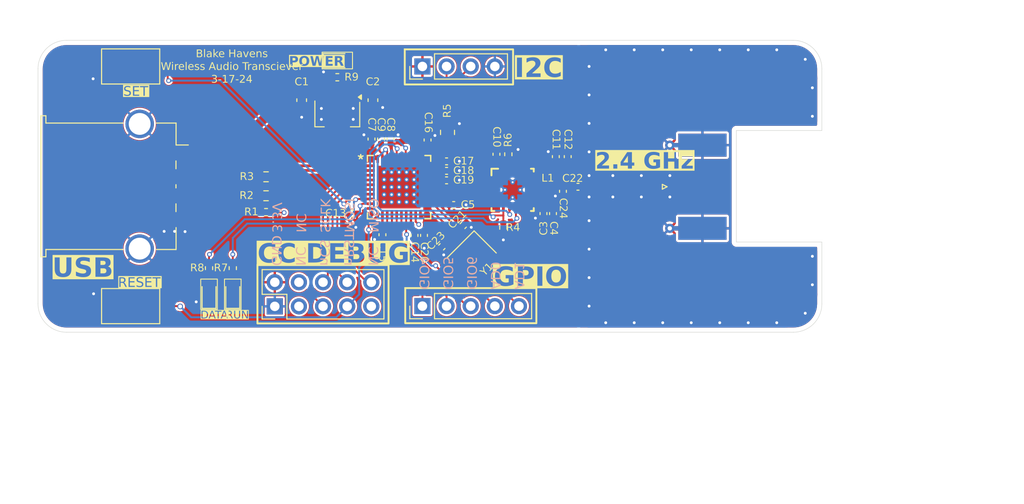
<source format=kicad_pcb>
(kicad_pcb (version 20240108) (generator "pcbnew") (generator_version "8.0")
  (layers (0 "F.Cu" signal) (1 "In1.Cu" power) (2 "In2.Cu" power) (31 "B.Cu" signal) (34 "B.Paste" user) (35 "F.Paste" user) (36 "B.SilkS" user "B.Silkscreen") (37 "F.SilkS" user "F.Silkscreen") (38 "B.Mask" user) (39 "F.Mask" user) (44 "Edge.Cuts" user))
  (net 0 "")
  (net 1 "VBUS")
  (net 2 "GND")
  (net 3 "+3.3V")
  (net 4 "/D-")
  (net 5 "/D+")
  (net 6 "/X0")
  (net 7 "/X1")
  (net 8 "Net-(D1-A)")
  (net 9 "Net-(D2-A)")
  (net 10 "/USB_D+")
  (net 11 "/USB_D-")
  (net 12 "/SCL")
  (net 13 "/SDA")
  (net 14 "/WCLK")
  (net 15 "/BCLK")
  (net 16 "/AD0")
  (net 17 "/MCLK")
  (net 18 "/AD1")
  (net 19 "/~RST")
  (net 20 "/MOSI")
  (net 22 "/SCLK")
  (net 24 "/~CS")
  (net 26 "/MISO")
  (net 27 "/ANT")
  (net 28 "/AD2")
  (net 29 "/PAEN")
  (net 30 "/RBIAS")
  (net 31 "/LED_R")
  (net 32 "/LED_G")
  (net 33 "/BTN")
  (net 34 "/HGM")
  (net 35 "/LNAEN")
  (net 36 "/RF+")
  (net 39 "/RF-")
  (net 42 "/DCPL")
  (net 43 "/m_net")
  (net 44 "/SMA")
  (net 45 "/PABIAS")
  (net 46 "Net-(D3-A)")
  (footprint "Connector_PinHeader_2.54mm:PinHeader_1x04_P2.54mm_Vertical" (layer "F.Cu") (at 141.46 82 90)
    (property "Reference" "J3" (hide yes))
    (property "Value" "I2C")
  )
  (footprint "LED_SMD:LED_0603_1608Metric" (layer "F.Cu") (at 132.5 81.3875)
    (property "Reference" "D3" (hide yes))
    (property "Value" "BLUE")
  )
  (footprint "Resistor_SMD:R_0402_1005Metric" (layer "F.Cu") (at 150.5 91.25 90)
    (property "Reference" "R6")
    (property "Value" "4.3kR")
  )
  (footprint "Resistor_SMD:R_0805_2012Metric" (layer "F.Cu") (at 144.1 88.95 90)
    (property "Reference" "R5")
    (property "Value" "56kR")
  )
  (footprint "Capacitor_SMD:C_0402_1005Metric" (layer "F.Cu") (at 141.625 99.8 -90)
    (property "Reference" "C20")
    (property "Value" "100nF")
  )
  (footprint "HAVENS_Lib:RGV0016A" (layer "F.Cu") (at 150.949999 95)
    (property "Reference" "U3" (hide yes))
    (property "Value" "CC2590RGVR")
  )
  (footprint "Capacitor_SMD:C_0402_1005Metric" (layer "F.Cu") (at 144.75 96.6)
    (property "Reference" "C5")
    (property "Value" "100nF")
  )
  (footprint "Capacitor_SMD:C_0402_1005Metric" (layer "F.Cu") (at 143.5 101 -135)
    (property "Reference" "C23")
    (property "Value" "10pF")
  )
  (footprint "Button_Switch_SMD:SW_SPST_CK_RS282G05A3" (layer "F.Cu") (at 110.75 107.25 180)
    (property "Reference" "SW1" (hide yes))
    (property "Value" "SW_Push")
  )
  (footprint "Capacitor_SMD:C_0402_1005Metric" (layer "F.Cu") (at 136.1 89.65 90)
    (property "Reference" "C7")
    (property "Value" "100nF")
  )
  (footprint "Inductor_SMD:L_0402_1005Metric" (layer "F.Cu") (at 154.649998 94.674999)
    (property "Reference" "L1")
    (property "Value" "1.5nH")
  )
  (footprint "Resistor_SMD:R_0402_1005Metric" (layer "F.Cu") (at 125 97.35)
    (property "Reference" "R1")
    (property "Value" "1.5k")
  )
  (footprint "Resistor_SMD:R_0402_1005Metric" (layer "F.Cu") (at 149.975 99 -90)
    (property "Reference" "R4")
    (property "Value" "1.5kR")
  )
  (footprint "Capacitor_SMD:C_0402_1005Metric" (layer "F.Cu") (at 142 89.75 90)
    (property "Reference" "C16")
    (property "Value" "100nF")
  )
  (footprint "Resistor_SMD:R_0603_1608Metric" (layer "F.Cu") (at 125 95.625)
    (property "Reference" "R2")
    (property "Value" "33R")
  )
  (footprint "Connector_USB:USB_A_TE_292303-7_Horizontal" (layer "F.Cu") (at 109 94.625 -90)
    (property "Reference" "J1" (hide yes))
    (property "Value" "USB_A")
  )
  (footprint "Capacitor_SMD:C_0402_1005Metric" (layer "F.Cu") (at 144 94)
    (property "Reference" "C19")
    (property "Value" "100nF")
  )
  (footprint "Capacitor_SMD:C_0402_1005Metric" (layer "F.Cu") (at 157.829998 94.674999)
    (property "Reference" "C22")
    (property "Value" "47pF")
  )
  (footprint "Capacitor_SMD:C_0402_1005Metric" (layer "F.Cu") (at 144 92)
    (property "Reference" "C17")
    (property "Value" "100nF")
  )
  (footprint "Resistor_SMD:R_0402_1005Metric" (layer "F.Cu") (at 132.5 83.1375)
    (property "Reference" "R9")
    (property "Value" "100R")
  )
  (footprint "Connector_PinHeader_2.54mm:PinHeader_2x05_P2.54mm_Vertical" (layer "F.Cu") (at 125.92 107.275 90)
    (property "Reference" "J5" (hide yes))
    (property "Value" "CC Debug")
  )
  (footprint "Capacitor_SMD:C_0402_1005Metric" (layer "F.Cu") (at 155.5 91.5 90)
    (property "Reference" "C11")
    (property "Value" "18pF")
  )
  (footprint "Package_TO_SOT_SMD:SOT-89-3" (layer "F.Cu") (at 132.5 87 -90)
    (property "Reference" "U1" (hide yes))
    (property "Value" "AP130-33Y")
  )
  (footprint "Resistor_SMD:R_0402_1005Metric" (layer "F.Cu") (at 119 103.25 -90)
    (property "Reference" "R8")
    (property "Value" "100R")
  )
  (footprint "Capacitor_SMD:C_0402_1005Metric" (layer "F.Cu") (at 137.1 89.65 90)
    (property "Reference" "C9")
    (property "Value" "100nF")
  )
  (footprint "Capacitor_SMD:C_0402_1005Metric" (layer "F.Cu") (at 156.249998 95.154999 90)
    (property "Reference" "C24")
    (property "Value" "0.5pF")
  )
  (footprint "Capacitor_SMD:C_0603_1608Metric" (layer "F.Cu") (at 136.25 85.55 -90)
    (property "Reference" "C2")
    (property "Value" "10uF")
  )
  (footprint "Capacitor_SMD:C_0402_1005Metric" (layer "F.Cu") (at 144 93)
    (property "Reference" "C18")
    (property "Value" "100nF")
  )
  (footprint "Capacitor_SMD:C_0402_1005Metric" (layer "F.Cu") (at 154.2 97.5 -90)
    (property "Reference" "C3")
    (property "Value" "27pF")
  )
  (footprint "Capacitor_SMD:C_0402_1005Metric" (layer "F.Cu") (at 145.75 98.75 45)
    (property "Reference" "C21")
    (property "Value" "10pF")
  )
  (footprint "Crystal:Crystal_SMD_3225-4Pin_3.2x2.5mm" (layer "F.Cu") (at 146.65 101.9 -135)
    (property "Reference" "Y1")
    (property "Value" "Crystal")
  )
  (footprint "Resistor_SMD:R_0402_1005Metric" (layer "F.Cu") (at 121.5 103.25 -90)
    (property "Reference" "R7")
    (property "Value" "100R")
  )
  (footprint "LED_SMD:LED_0603_1608Metric" (layer "F.Cu") (at 121.5 106 90)
    (property "Reference" "D1" (hide yes))
    (property "Value" "RED")
  )
  (footprint "Capacitor_SMD:C_0402_1005Metric" (layer "F.Cu") (at 155.2 97.5 -90)
    (property "Reference" "C4")
    (property "Value" "1nF")
  )
  (footprint "Connector_Coaxial:SMA_Molex_73251-1153_EdgeMount_Horizontal" (layer "F.Cu") (at 169.21 94.674999 180)
    (property "Reference" "J2" (hide yes))
    (property "Value" "SMA")
  )
  (footprint "HAVENS_Lib:RHA40_4P5X4P5" (layer "F.Cu") (at 139 94.712601)
    (property "Reference" "U2" (hide yes))
    (property "Value" "CC8521RHAT")
  )
  (footprint "Capacitor_SMD:C_0402_1005Metric" (layer "F.Cu") (at 149.25 91.25 90)
    (property "Reference" "C10")
    (property "Value" "100nF")
  )
  (footprint "LED_SMD:LED_0603_1608Metric" (layer "F.Cu") (at 119 106 90)
    (property "Reference" "D2" (hide yes))
    (property "Value" "GREEN")
  )
  (footprint "Capacitor_SMD:C_0402_1005Metric" (layer "F.Cu") (at 138.1 89.65 90)
    (property "Reference" "C8")
    (property "Value" "100nF")
  )
  (footprint "Button_Switch_SMD:SW_SPST_CK_RS282G05A3" (layer "F.Cu") (at 110.75 82 180)
    (property "Reference" "SW2" (hide yes))
    (property "Value" "SW_Push")
  )
  (footprint "Connector_PinHeader_2.54mm:PinHeader_1x05_P2.54mm_Vertical" (layer "F.Cu") (at 141.46 107.25 90)
    (property "Reference" "J4" (hide yes))
    (property "Value" "GPIO")
  )
  (footprint "Capacitor_SMD:C_0402_1005Metric" (layer "F.Cu") (at 156.75 91.5 90)
    (property "Reference" "C12")
    (property "Value" "1nF")
  )
  (footprint "Capacitor_SMD:C_0402_1005Metric" (layer "F.Cu") (at 140.625 99.8 -90)
    (property "Reference" "C14")
    (property "Value" "100nF")
  )
  (footprint "Capacitor_SMD:C_0402_1005Metric" (layer "F.Cu") (at 134.1 97.5 180)
    (property "Reference" "C13")
    (property "Value" "100nF")
  )
  (footprint "Resistor_SMD:R_0603_1608Metric" (layer "F.Cu") (at 125 93.625)
    (property "Reference" "R3")
    (property "Value" "33R")
  )
  (footprint "Capacitor_SMD:C_0402_1005Metric" (layer "F.Cu") (at 137.25 99.73 -90)
    (property "Reference" "C15")
    (property "Value" "100nF")
  )
  (footprint "Capacitor_SMD:C_0603_1608Metric" (layer "F.Cu") (at 128.75 85.55 -90)
    (property "Reference" "C1")
    (property "Value" "10uF")
  )
  (gr_arc (start 182.5 106) (mid 181.62132 108.12132) (end 179.5 109) (stroke (width 1)) (layer "F.Cu") (net 2))
  (gr_line (start 182.5 87.75) (end 182.5 83.25) (stroke (width 1)) (layer "F.Cu") (net 2))
  (gr_line (start 159 109) (end 179.5 109) (stroke (width 1)) (layer "F.Cu") (net 2))
  (gr_line (start 159 95.75) (end 167.5 95.75) (stroke (width 1)) (layer "F.Cu") (net 2))
  (gr_line (start 159 93.5) (end 167.5 93.5) (stroke (width 1)) (layer "F.Cu") (net 2))
  (gr_arc (start 179.5 80.25) (mid 181.62132 81.12868) (end 182.5 83.25) (stroke (width 1)) (layer "F.Cu") (net 2))
  (gr_line (start 159 95.75) (end 159 109) (stroke (width 1)) (layer "F.Cu") (net 2))
  (gr_line (start 159 80.25) (end 159 93.5) (stroke (width 1)) (layer "F.Cu") (net 2))
  (gr_line (start 182.5 106) (end 182.5 101.5) (stroke (width 1)) (layer "F.Cu") (net 2))
  (gr_line (start 159 80.25) (end 179.5 80.25) (stroke (width 1)) (layer "F.Cu") (net 2))
  (gr_arc (start 179.5 80.25) (mid 181.621319 81.12868) (end 182.5 83.25) (stroke (width 1)) (layer "B.Cu") (net 2))
  (gr_line (start 182.5 87.75) (end 182.5 83.25) (stroke (width 1)) (layer "B.Cu") (net 2))
  (gr_line (start 182.5 106) (end 182.5 101.5) (stroke (width 1)) (layer "B.Cu") (net 2))
  (gr_line (start 159 80.25) (end 179.5 80.25) (stroke (width 1)) (layer "B.Cu") (net 2))
  (gr_line (start 159 80.25) (end 159 93.5) (stroke (width 1)) (layer "B.Cu") (net 2))
  (gr_line (start 159 109) (end 179.5 109) (stroke (width 1)) (layer "B.Cu") (net 2))
  (gr_arc (start 182.5 106) (mid 181.62132 108.12132) (end 179.5 109) (stroke (width 1)) (layer "B.Cu") (net 2))
  (gr_line (start 159 93.5) (end 167.5 93.5) (stroke (width 1)) (layer "B.Cu") (net 2))
  (gr_line (start 159 95.75) (end 167.5 95.75) (stroke (width 1)) (layer "B.Cu") (net 2))
  (gr_line (start 159 95.75) (end 159 109) (stroke (width 1)) (layer "B.Cu") (net 2))
  (gr_rect (start 130.9 80.5) (end 134.1 82.25) (stroke (width 0.1)) (fill none) (layer "F.SilkS"))
  (gr_rect (start 139.6 80.2) (end 151 83.9) (stroke (width 0.2)) (fill none) (layer "F.SilkS"))
  (gr_rect (start 139.65 105.35) (end 153.45 109.05) (stroke (width 0.2)) (fill none) (layer "F.SilkS"))
  (gr_rect (start 124.095 102.925) (end 137.895 109.075) (stroke (width 0.2)) (fill none) (layer "F.SilkS"))
  (gr_rect (start 118.125 104.4) (end 119.875 107.6) (stroke (width 0.1)) (fill none) (layer "F.SilkS"))
  (gr_rect (start 120.625 104.4) (end 122.375 107.6) (stroke (width 0.1)) (fill none) (layer "F.SilkS"))
  (gr_arc (start 183.5 107) (mid 182.62132 109.12132) (end 180.5 110) (stroke (width 0.05)) (layer "Edge.Cuts"))
  (gr_arc (start 180.5 79.25) (mid 182.62132 80.12868) (end 183.5 82.25) (stroke (width 0.05)) (layer "Edge.Cuts"))
  (gr_line (start 183.5 88.75) (end 174.5 88.75) (stroke (width 0.05)) (layer "Edge.Cuts"))
  (gr_arc (start 104 110) (mid 101.87868 109.12132) (end 101 107) (stroke (width 0.05)) (layer "Edge.Cuts"))
  (gr_line (start 180.5 110) (end 104 110) (stroke (width 0.05)) (layer "Edge.Cuts"))
  (gr_line (start 183.5 100.5) (end 183.5 107) (stroke (width 0.05)) (layer "Edge.Cuts"))
  (gr_arc (start 101 82.25) (mid 101.87868 80.12868) (end 104 79.25) (stroke (width 0.05)) (layer "Edge.Cuts"))
  (gr_line (start 101 107) (end 101 82.25) (stroke (width 0.05)) (layer "Edge.Cuts"))
  (gr_line (start 183.5 82.25) (end 183.5 88.75) (stroke (width 0.05)) (layer "Edge.Cuts"))
  (gr_line (start 174.5 88.75) (end 174.5 100.5) (stroke (width 0.05)) (layer "Edge.Cuts"))
  (gr_line (start 174.5 100.5) (end 183.5 100.5) (stroke (width 0.05)) (layer "Edge.Cuts"))
  (gr_line (start 104 79.25) (end 180.5 79.25) (stroke (width 0.05)) (layer "Edge.Cuts"))
  (gr_text "GIO4" (at 140.990585 105.5 -90) (layer "B.SilkS") (effects (font (size 1 1) (thickness 0.1)) (justify left bottom mirror)))
  (gr_text "nRST" (at 133.070585 103 270) (layer "B.SilkS") (effects (font (size 1 1) (thickness 0.1)) (justify left bottom mirror)))
  (gr_text "MOSI" (at 133.12 99.5 270) (layer "B.SilkS") (effects (font (size 1 1) (thickness 0.1)) (justify left bottom mirror)))
  (gr_text "AD1" (at 151 105.5 270) (layer "B.SilkS") (effects (font (size 1 1) (thickness 0.1)) (justify left bottom mirror)))
  (gr_text "GND\n" (at 125.450585 103 270) (layer "B.SilkS") (effects (font (size 1 1) (thickness 0.1)) (justify left bottom mirror)))
  (gr_text "SCLK" (at 130.58 99.5 270) (layer "B.SilkS") (effects (font (size 1 1) (thickness 0.1)) (justify left bottom mirror)))
  (gr_text "GIO5" (at 143.5 105.5 270) (layer "B.SilkS") (effects (font (size 1 1) (thickness 0.1)) (justify left bottom mirror)))
  (gr_text "MISO" (at 135.66 99.5 270) (layer "B.SilkS") (effects (font (size 1 1) (thickness 0.1)) (justify left bottom mirror)))
  (gr_text "nCS" (at 130.530585 103 270) (layer "B.SilkS") (effects (font (size 1 1) (thickness 0.1)) (justify left bottom mirror)))
  (gr_text "3.3V" (at 125.5 99.5 270) (layer "B.SilkS") (effects (font (size 1 1) (thickness 0.1)) (justify left bottom mirror)))
  (gr_text "NC\n" (at 127.990585 103 270) (layer "B.SilkS") (effects (font (size 1 1) (thickness 0.1)) (justify left bottom mirror)))
  (gr_text "GIO6" (at 146 105.5 270) (layer "B.SilkS") (effects (font (size 1 1) (thickness 0.1)) (justify left bottom mirror)))
  (gr_text "AD0\n" (at 148.5 105.5 270) (layer "B.SilkS") (effects (font (size 1 1) (thickness 0.1)) (justify left bottom mirror)))
  (gr_text "NC\n" (at 135.610585 103 270) (layer "B.SilkS") (effects (font (size 1 1) (thickness 0.1)) (justify left bottom mirror)))
  (gr_text "NC\n" (at 128.04 99.5 270) (layer "B.SilkS") (effects (font (size 1 1) (thickness 0.1)) (justify left bottom mirror)))
  (gr_text "GPIO\n" (at 148.95 105.45 0) (layer "F.SilkS" knockout) (effects (font (size 2 2) (thickness 0.4) (bold yes)) (justify left bottom)))
  (gr_text "DATA\n" (at 118.1 108.6875 0) (layer "F.SilkS" knockout) (effects (font (size 0.8 0.8)) (justify left bottom)))
  (gr_text "Blake Havens\nWireless Audio Transciever\n3-17-24" (at 121.4 83.85 0) (layer "F.SilkS") (effects (font (size 0.8 0.8) (thickness 0.1)) (justify bottom)))
  (gr_text "2.4 GHz" (at 159.65 93.05 0) (layer "F.SilkS" knockout) (effects (font (size 1.7 1.7) (thickness 0.3) (bold yes)) (justify left bottom)))
  (gr_text "RESET" (at 109.419854 105.4 0) (layer "F.SilkS" knockout) (effects (font (size 1 1) (thickness 0.1)) (justify left bottom)))
  (gr_text "I2C" (at 151.15 83.45 0) (layer "F.SilkS" knockout) (effects (font (size 2 2) (thickness 0.4) (bold yes)) (justify left bottom)))
  (gr_text "POWER\n" (at 127.4 82.1 0) (layer "F.SilkS" knockout) (effects (font (size 1 1) (thickness 0.2) (bold yes)) (justify left bottom)))
  (gr_text "RUN\n" (at 120.770789 108.6875 0) (layer "F.SilkS" knockout) (effects (font (size 0.8 0.8) (thickness 0.1)) (justify left bottom)))
  (gr_text "SET\n" (at 109.967935 85.26 0) (layer "F.SilkS" knockout) (effects (font (size 1 1) (thickness 0.1)) (justify left bottom)))
  (gr_text "CC DEBUG\n" (at 124.095 103 0) (layer "F.SilkS" knockout) (effects (font (size 2 2) (thickness 0.4) (bold yes)) (justify left bottom)))
  (gr_text "USB" (at 102.5 104.5 0) (layer "F.SilkS" knockout) (effects (font (size 2 2) (thickness 0.4) (bold yes)) (justify left bottom)))
  (segment (start 128.775 84.8) (end 128.75 84.775) (width 1) (layer "F.Cu") (net 1))
  (segment (start 121.175 91.125) (end 115.38 91.125) (width 1) (layer "F.Cu") (net 1))
  (segment (start 127.525 84.775) (end 121.175 91.125) (width 1) (layer "F.Cu") (net 1))
  (segment (start 128.75 84.775) (end 127.525 84.775) (width 1) (layer "F.Cu") (net 1))
  (segment (start 130.75 84.8) (end 128.775 84.8) (width 1) (layer "F.Cu") (net 1))
  (segment (start 151.505 90.77) (end 149.25 90.77) (width 0.2) (layer "F.Cu") (net 2))
  (segment (start 151.275 93.175) (end 151.275 94.674999) (width 0.2) (layer "F.Cu") (net 2))
  (segment (start 131.7125 81.3875) (end 131.7125 81.9125) (width 0.2) (layer "F.Cu") (net 2))
  (segment (start 145.35 88.025) (end 144.1125 88.025) (width 0.2) (layer "F.Cu") (net 2))
  (segment (start 154.7 90.975) (end 154.745 91.02) (width 0.2) (layer "F.Cu") (net 2))
  (segment (start 146.05 96.575) (end 145.255 96.575) (width 0.2) (layer "F.Cu") (net 2))
  (segment (start 138.9 89.2) (end 138.87 89.17) (width 0.2) (layer "F.Cu") (net 2))
  (segment (start 151.924998 96.825) (end 151.924998 95.974999) (width 0.2) (layer "F.Cu") (net 2))
  (segment (start 133.62 97.5) (end 133.62 98.12) (width 0.2) (layer "F.Cu") (net 2))
  (segment (start 144.48 92.005) (end 145.325 92.005) (width 0.2) (layer "F.Cu") (net 2))
  (segment (start 106.85 105.95) (end 106.85 107.25) (width 0.2) (layer "F.Cu") (net 2))
  (segment (start 106.8 83.3) (end 106.8 82.05) (width 0.2) (layer "F.Cu") (net 2))
  (segment (start 145.325 94) (end 145.35 93.975) (width 0.2) (layer "F.Cu") (net 2))
  (segment (start 155.45 95.65) (end 156.234997 95.65) (width 0.2) (layer "F.Cu") (net 2))
  (segment (start 153.35 97.98) (end 155.2 97.98) (width 0.2) (layer "F.Cu") (net 2))
  (segment (start 145.325 93) (end 145.35 92.975) (width 0.2) (layer "F.Cu") (net 2))
  (segment (start 133.62 98.12) (end 134.45 98.95) (width 0.2) (layer "F.Cu") (net 2))
  (segment (start 151.924998 94.025001) (end 150.949999 95) (width 0.2) (layer "F.Cu") (net 2))
  (segment (start 138.87 89.17) (end 138.1 89.17) (width 0.2) (layer "F.Cu") (net 2))
  (segment (start 144.48 93) (end 144.48 94) (width 0.2) (layer "F.Cu") (net 2))
  (segment (start 135.3 89.2) (end 135.33 89.17) (width 0.2) (layer "F.Cu") (net 2))
  (segment (start 141.65 101.15) (end 141.65 100.305) (width 0.2) (layer "F.Cu") (net 2))
  (segment (start 144.48 93) (end 145.325 93) (width 0.2) (layer "F.Cu") (net 2))
  (segment (start 151.525 90.75) (end 151.505 90.77) (width 0.2) (layer "F.Cu") (net 2))
  (segment (start 117.6625 106.7875) (end 121.5 106.7875) (width 0.2) (layer "F.Cu") (net 2))
  (segment (start 144.48 94) (end 145.325 94) (width 0.2) (layer "F.Cu") (net 2))
  (segment (start 131.7125 81.9125) (end 131.05 82.575) (width 0.2) (layer "F.Cu") (net 2))
  (segment (start 146.089411 98.439411) (end 146.6 98.95) (width 0.2) (layer "F.Cu") (net 2))
  (segment (start 152.774999 95.974999) (end 151.924998 95.974999) (width 0.2) (layer "F.Cu") (net 2))
  (segment (start 154.745 91.02) (end 156.75 91.02) (width 0.2) (layer "F.Cu") (net 2))
  (segment (start 144.48 92) (end 144.48 93) (width 0.2) (layer "F.Cu") (net 2))
  (segment (start 143.189411 101.339411) (end 143.7 101.85) (width 0.2) (layer "F.Cu") (net 2))
  (segment (start 152.774999 94.025001) (end 151.924998 94.025001) (width 0.2) (layer "F.Cu") (net 2))
  (segment (start 140.625 100.28) (end 141.625 100.28) (width 0.2) (layer "F.Cu") (net 2))
  (segment (start 142 89.27) (end 142.77 89.27) (width 0.2) (layer "F.Cu") (net 2))
  (segment (start 136.25 86.325) (end 137.275 86.325) (width 0.2) (layer "F.Cu") (net 2))
  (segment (start 151.924998 95.974999) (end 150.949999 95) (width 0.2) (layer "F.Cu") (net 2))
  (segment (start 149.975 99.51) (end 149.975 100.275) (width 0.2) (layer "F.Cu") (net 2))
  (segment (start 135.33 89.17) (end 136.1 89.17) (width 0.2) (layer "F.Cu") (net 2))
  (segment (start 128.75 87.35) (end 128.75 86.325) (width 0.2) (layer "F.Cu") (net 2))
  (segment (start 117.65 106.8) (end 117.6625 106.7875) (width 0.2) (layer "F.Cu") (net 2))
  (segment (start 138.1 89.17) (end 136.1 89.17) (width 0.2) (layer "F.Cu") (net 2))
  (segment (start 136.425 100.225) (end 137.235 100.225) (width 0.2) (layer "F.Cu") (net 2))
  (via (at 163.75 109) (size 0.5) (drill 0.3) (layers "F.Cu" "B.Cu") (net 2))
  (via (at 164.5 95.75) (size 0.5) (drill 0.3) (layers "F.Cu" "B.Cu") (net 2))
  (via (at 115.375 99.375) (size 0.5) (drill 0.3) (layers "F.Cu" "B.Cu") (net 2))
  (via (at 159 101.25) (size 0.5) (drill 0.3) (layers "F.Cu" "B.Cu") (net 2))
  (via (at 145.35 91.98) (size 0.5) (drill 0.3) (layers "F.Cu" "B.Cu") (net 2))
  (via (at 134.45 98.95) (size 0.5) (drill 0.3) (layers "F.Cu" "B.Cu") (net 2))
  (via (at 154.7 90.975) (size 0.5) (drill 0.3) (layers "F.Cu" "B.Cu") (net 2))
  (via (at 130.825 87.575) (size 0.5) (drill 0.3) (layers "F.Cu" "B.Cu") (net 2))
  (via (at 161.5 95.75) (size 0.5) (drill 0.3) (layers "F.Cu" "B.Cu") (net 2))
  (via (at 159 91) (size 0.5) (drill 0.3) (layers "F.Cu" "B.Cu") (net 2))
  (via (at 151.525 90.75) (size 0.5) (drill 0.3) (layers "F.Cu" "B.Cu") (net 2))
  (via (at 159 107.25) (size 0.5) (drill 0.3) (layers "F.Cu" "B.Cu") (net 2))
  (via (at 134.175 86.425) (size 0.5) (drill 0.3) (layers "F.Cu" "B.Cu") (net 2))
  (via (at 149.975 100.275) (size 0.5) (drill 0.3) (layers "F.Cu" "B.Cu") (net 2))
  (via (at 146.6 98.95) (size 0.5) (drill 0.3) (layers "F.Cu" "B.Cu") (net 2))
  (via (at 106.8 83.3) (size 0.5) (drill 0.3) (layers "F.Cu" "B.Cu") (net 2))
  (via (at 169.75 80.25) (size 0.5) (drill 0.3) (layers "F.Cu" "B.Cu") (net 2))
  (via (at 175.75 80.25) (size 0.5) (drill 0.3) (layers "F.Cu" "B.Cu") (net 2))
  (via (at 181.75 81.25) (size 0.5) (drill 0.3) (layers "F.Cu" "B.Cu") (net 2))
  (via (at 160.75 109) (size 0.5) (drill 0.3) (layers "F.Cu" "B.Cu") (net 2))
  (via (at 182.5 84.25) (size 0.5) (drill 0.3) (layers "F.Cu" "B.Cu") (net 2))
  (via (at 172.75 109) (size 0.5) (drill 0.3) (layers "F.Cu" "B.Cu") (net 2))
  (via (at 137.275 86.325) (size 0.5) (drill 0.3) (layers "F.Cu" "B.Cu") (net 2))
  (via (at 175.75 109) (size 0.5) (drill 0.3) (layers "F.Cu" "B.Cu") (net 2))
  (via (at 166.75 80.25) (size 0.5) (drill 0.3) (layers "F.Cu" "B.Cu") (net 2))
  (via (at 178.75 80.25) (size 0.5) (drill 0.3) (layers "F.Cu" "B.Cu") (net 2))
  (via (at 159 85) (size 0.5) (drill 0.3) (layers "F.Cu" "B.Cu") (net 2))
  (via (at 159 95.75) (size 0.5) (drill 0.3) (layers "F.Cu" "B.Cu") (net 2))
  (via (at 159 93.5) (size 0.5) (drill 0.3) (layers "F.Cu" "B.Cu") (net 2))
  (via (at 167.5 95.75) (size 0.5) (drill 0.3) (layers "F.Cu" "B.Cu") (net 2))
  (via (at 159 98.25) (size 0.5) (drill 0.3) (layers "F.Cu" "B.Cu") (net 2))
  (via (at 169.75 109) (size 0.5) (drill 0.3) (layers "F.Cu" "B.Cu") (net 2))
  (via (at 116.475 99.4) (size 0.5) (drill 0.3) (layers "F.Cu" "B.Cu") (net 2))
  (via (at 145.35 93.975) (size 0.5) (drill 0.3) (layers "F.Cu" "B.Cu") (net 2))
  (via (at 161.5 93.5) (size 0.5) (drill 0.3) (layers "F.Cu" "B.Cu") (net 2))
  (via (at 182.5 102) (size 0.5) (drill 0.3) (layers "F.Cu" "B.Cu") (net 2))
  (via (at 146.05 96.575) (size 0.5) (drill 0.3) (layers "F.Cu" "B.Cu") (net 2))
  (via (at 166.75 109) (size 0.5) (drill 0.3) (layers "F.Cu" "B.Cu") (net 2))
  (via (at 167.5 93.5) (size 0.5) (drill 0.3) (layers "F.Cu" "B.Cu") (net 2))
  (via (at 135.3 89.2) (size 0.5) (drill 0.3) (layers "F.Cu" "B.Cu") (net 2))
  (via (at 182.5 105) (size 0.5) (drill 0.3) (layers "F.Cu" "B.Cu") (net 2))
  (via (at 164.5 93.5) (size 0.5) (drill 0.3) (layers "F.Cu" "B.Cu") (net 2))
  (via (at 160.75 80.25) (size 0.5) (drill 0.3) (layers "F.Cu" "B.Cu") (net 2))
  (via (at 142.775 89.275) (size 0.5) (drill 0.3) (layers "F.Cu" "B.Cu") (net 2))
  (via (at 159 82) (size 0.5) (drill 0.3) (layers "F.Cu" "B.Cu") (net 2))
  (via (at 117.65 106.8) (size 0.5) (drill 0.3) (layers "F.Cu" "B.Cu") (net 2))
  (via (at 181.75 108) (size 0.5) (drill 0.3) (layers "F.Cu" "B.Cu") (net 2))
  (via (at 153.35 97.98) (size 0.5) (drill 0.3) (layers "F.Cu" "B.Cu") (net 2))
  (via (at 128.75 87.35) (size 0.5) (drill 0.3) (layers "F.Cu" "B.Cu") (net 2))
  (via (at 145.35 92.975) (size 0.5) (drill 0.3) (layers "F.Cu" "B.Cu") (net 2))
  (via (at 143.7 101.85) (size 0.5) (drill 0.3) (layers "F.Cu" "B.Cu") (net 2))
  (via (at 138.9 89.2) (size 0.5) (drill 0.3) (layers "F.Cu" "B.Cu") (net 2))
  (via (at 136.425 100.225) (size 0.5) (drill 0.3) (layers "F.Cu" "B.Cu") (net 2))
  (via (at 130.825 86.425) (size 0.5) (drill 0.3) (layers "F.Cu" "B.Cu") (net 2))
  (via (at 134.175 87.575) (size 0.5) (drill 0.3) (layers "F.Cu" "B.Cu") (net 2))
  (via (at 155.45 95.65) (size 0.5) (drill 0.3) (layers "F.Cu" "B.Cu") (net 2))
  (via (at 114.275 99.375) (size 0.5) (drill 0.3) (layers "F.Cu" "B.Cu") (net 2))
  (via (at 145.35 88.025) (size 0.5) (drill 0.3) (layers "F.Cu" "B.Cu") (net 2))
  (via (at 131.05 82.575) (size 0.5) (drill 0.3) (layers "F.Cu" "B.Cu") (net 2))
  (via (at 182.5 87.25) (size 0.5) (drill 0.3) (layers "F.Cu" "B.Cu") (net 2))
  (via (at 159 88) (size 0.5) (drill 0.3) (layers "F.Cu" "B.Cu") (net 2))
  (via (at 141.65 101.15) (size 0.5) (drill 0.3) (layers "F.Cu" "B.Cu") (net 2))
  (via (at 178.75 109) (size 0.5) (drill 0.3) (layers "F.Cu" "B.Cu") (net 2))
  (via (at 163.75 80.25) (size 0.5) (drill 0.3) (layers "F.Cu" "B.Cu") (net 2))
  (via (at 159 104.25) (size 0.5) (drill 0.3) (layers "F.Cu" "B.Cu") (net 2))
  (via (at 172.75 80.25) (size 0.5) (drill 0.3) (layers "F.Cu" "B.Cu") (net 2))
  (via (at 106.85 105.95) (size 0.5) (drill 0.3) (layers "F.Cu" "B.Cu") (net 2))
  (segment (start 152.774999 95.325001) (end 153.25 95.325001) (width 0.2) (layer "F.Cu") (net 3))
  (segment (start 153.25 95.325001) (end 154.2 96.275001) (width 0.2) (layer "F.Cu") (net 3))
  (segment (start 140.250315 98.945315) (end 140.575 99.27) (width 0.2) (layer "F.Cu") (net 3))
  (segment (start 152.77 91.98) (end 155.5 91.98) (width 0.2) (layer "F.Cu") (net 3))
  (segment (start 136.25 91.238168) (end 136.749433 91.737601) (width 0.2) (layer "F.Cu") (net 3))
  (segment (start 151.924998 92.825002) (end 152.77 91.98) (width 0.2) (layer "F.Cu") (net 3))
  (segment (start 155.2 97.02) (end 155.87 97.02) (width 0.2) (layer "F.Cu") (net 3))
  (segment (start 141.8 90.23) (end 141.25 90.78) (width 0.2) (layer "F.Cu") (net 3))
  (segment (start 143.334314 96.6) (end 144.27 96.6) (width 0.2) (layer "F.Cu") (net 3))
  (segment (start 155.875 97.025) (end 155.87 97.02) (width 0.2) (layer "F.Cu") (net 3))
  (segment (start 140.250315 97.687601) (end 140.250315 98.945315) (width 0.2) (layer "F.Cu") (net 3))
  (segment (start 142.696915 95.962601) (end 143.334314 96.6) (width 0.2) (layer "F.Cu") (net 3))
  (segment (start 138.25 90.23) (end 138.25 91.737412) (width 0.2) (layer "F.Cu") (net 3))
  (segment (start 154.2 97.02) (end 155.2 97.02) (width 0.2) (layer "F.Cu") (net 3))
  (segment (start 156.75 91.98) (end 155.5 91.98) (width 0.2) (layer "F.Cu") (net 3))
  (segment (start 141.625 98.062034) (end 141.625 99.32) (width 0.2) (layer "F.Cu") (net 3))
  (segment (start 141.25 90.78) (end 141.25 91.737034) (width 0.2) (layer "F.Cu") (net 3))
  (segment (start 151.924998 93.175) (end 151.924998 92.825002) (width 0.2) (layer "F.Cu") (net 3))
  (segment (start 154.2 96.275001) (end 154.2 97.02) (width 0.2) (layer "F.Cu") (net 3))
  (segment (start 157.02 91.98) (end 157.75 91.25) (width 0.2) (layer "F.Cu") (net 3))
  (segment (start 136.25 90.23) (end 136.25 91.238168) (width 0.2) (layer "F.Cu") (net 3))
  (segment (start 137.249559 97.687601) (end 137.249559 99.249559) (width 0.2) (layer "F.Cu") (net 3))
  (segment (start 156.75 91.98) (end 157.02 91.98) (width 0.2) (layer "F.Cu") (net 3))
  (segment (start 141.975 95.962601) (end 142.696915 95.962601) (width 0.2) (layer "F.Cu") (net 3))
  (segment (start 141.250567 97.687601) (end 141.625 98.062034) (width 0.2) (layer "F.Cu") (net 3))
  (segment (start 135.387499 92.4626) (end 136.025 92.4626) (width 0.284) (layer "F.Cu") (net 4))
  (segment (start 127.14052 93.625) (end 128.294919 92.470601) (width 0.284) (layer "F.Cu") (net 4))
  (segment (start 135.379498 92.470601) (end 135.387499 92.4626) (width 0.284) (layer "F.Cu") (net 4))
  (segment (start 128.294919 92.470601) (end 135.379498 92.470601) (width 0.284) (layer "F.Cu") (net 4))
  (segment (start 125.825 93.625) (end 127.14052 93.625) (width 0.284) (layer "F.Cu") (net 4))
  (segment (start 125.825 95.625) (end 128.495399 92.954601) (width 0.284) (layer "F.Cu") (net 5))
  (segment (start 135.379498 92.954601) (end 135.387499 92.962602) (width 0.284) (layer "F.Cu") (net 5))
  (segment (start 135.387499 92.962602) (end 136.025 92.962602) (width 0.284) (layer "F.Cu") (net 5))
  (segment (start 128.495399 92.954601) (end 135.379498 92.954601) (width 0.284) (layer "F.Cu") (net 5))
  (segment (start 141.975 96.4626) (end 142.551299 96.4626) (width 0.2) (layer "F.Cu") (net 6))
  (segment (start 142.551299 96.4626) (end 145.17811 99.089411) (width 0.2) (layer "F.Cu") (net 6))
  (segment (start 145.410589 99.089411) (end 146.676777 100.355599) (width 0.2) (layer "F.Cu") (net 6))
  (segment (start 143.839411 100.660589) (end 145.121142 101.94232) (width 0.2) (layer "F.Cu") (net 7))
  (segment (start 143.839411 98.589411) (end 143.839411 100.660589) (width 0.2) (layer "F.Cu") (net 7))
  (segment (start 142.212602 96.962602) (end 143.839411 98.589411) (width 0.2) (layer "F.Cu") (net 7))
  (segment (start 121.5 103.76) (end 121.5 105.2125) (width 0.2) (layer "F.Cu") (net 8))
  (segment (start 119 103.76) (end 119 105.2125) (width 0.2) (layer "F.Cu") (net 9))
  (segment (start 118.388001 94.867) (end 122.704499 94.867) (width 0.284) (layer "F.Cu") (net 10))
  (segment (start 124.175 95.625) (end 124.15 95.65) (width 0.284) (layer "F.Cu") (net 10))
  (segment (start 124.15 95.65) (end 124.15 97.01) (width 0.284) (layer "F.Cu") (net 10))
  (segment (start 124.15 97.01) (end 124.49 97.35) (width 0.284) (layer "F.Cu") (net 10))
  (segment (start 115.38 95.625) (end 117.630001 95.625) (width 0.284) (layer "F.Cu") (net 10))
  (segment (start 122.704499 94.867) (end 123.462499 95.625) (width 0.284) (layer "F.Cu") (net 10))
  (segment (start 117.630001 95.625) (end 118.388001 94.867) (width 0.284) (layer "F.Cu") (net 10))
  (segment (start 123.462499 95.625) (end 124.175 95.625) (width 0.284) (layer "F.Cu") (net 10))
  (segment (start 118.388001 94.383) (end 122.704499 94.383) (width 0.284) (layer "F.Cu") (net 11))
  (segment (start 123.462499 93.625) (end 124.175 93.625) (width 0.284) (layer "F.Cu") (net 11))
  (segment (start 115.38 93.625) (end 117.630001 93.625) (width 0.284) (layer "F.Cu") (net 11))
  (segment (start 122.704499 94.383) (end 123.462499 93.625) (width 0.284) (layer "F.Cu") (net 11))
  (segment (start 117.630001 93.625) (end 118.388001 94.383) (width 0.284) (layer "F.Cu") (net 11))
  (segment (start 140.750441 91.737601) (end 140.750441 87.789559) (width 0.2) (layer "F.Cu") (net 12))
  (segment (start 140.750441 87.789559) (end 146.54 82) (width 0.2) (layer "F.Cu") (net 12))
  (segment (start 140.250315 91.737601) (end 140.250315 87.549685) (width 0.2) (layer "F.Cu") (net 13))
  (segment (start 140.250315 87.549685) (end 144 83.8) (width 0.2) (layer "F.Cu") (net 13))
  (segment (start 144 83.8) (end 144 82) (width 0.2) (layer "F.Cu") (net 13))
  (segment (start 138.85 98.782496) (end 138.85 100.449999) (width 0.2) (layer "F.Cu") (net 14))
  (segment (start 138.749937 98.682433) (end 138.85 98.782496) (width 0.2) (layer "F.Cu") (net 14))
  (segment (start 144.85 105.95) (end 146.15 107.25) (width 0.2) (layer "F.Cu") (net 14))
  (segment (start 138.749937 97.687601) (end 138.749937 98.682433) (width 0.2) (layer "F.Cu") (net 14))
  (segment (start 144.350001 105.95) (end 144.85 105.95) (width 0.2) (layer "F.Cu") (net 14))
  (segment (start 138.85 100.449999) (end 144.350001 105.95) (width 0.2) (layer "F.Cu") (net 14))
  (segment (start 144 106.184314) (end 144 107.25) (width 0.2) (layer "F.Cu") (net 15))
  (segment (start 138.45 98.948181) (end 138.45 100.634314) (width 0.2) (layer "F.Cu") (net 15))
  (segment (start 138.45 100.634314) (end 144 106.184314) (width 0.2) (layer "F.Cu") (net 15))
  (segment (start 138.249811 97.687601) (end 138.249811 98.747991) (width 0.2) (layer "F.Cu") (net 15))
  (segment (start 138.249811 98.747991) (end 138.45 98.948181) (width 0.2) (layer "F.Cu") (net 15))
  (segment (start 147.33 105.5) (end 149.08 107.25) (width 0.2) (layer "F.Cu") (net 16))
  (segment (start 144.465686 105.5) (end 147.33 105.5) (width 0.2) (layer "F.Cu") (net 16))
  (segment (start 139.250063 97.687601) (end 139.250063 100.284377) (width 0.2) (layer "F.Cu") (net 16))
  (segment (start 139.250063 100.284377) (end 144.465686 105.5) (width 0.2) (layer "F.Cu") (net 16))
  (segment (start 138.05 99.113866) (end 138.05 100.8) (width 0.2) (layer "F.Cu") (net 17))
  (segment (start 137.749685 98.813551) (end 138.05 99.113866) (width 0.2) (layer "F.Cu") (net 17))
  (segment (start 141.46 104.21) (end 141.46 107.25) (width 0.2) (layer "F.Cu") (net 17))
  (segment (start 138.05 100.8) (end 141.46 104.21) (width 0.2) (layer "F.Cu") (net 17))
  (segment (start 137.749685 97.687601) (end 137.749685 98.813551) (width 0.2) (layer "F.Cu") (net 17))
  (segment (start 139.750189 99.650315) (end 139.750189 97.687601) (width 0.2) (layer "F.Cu") (net 18))
  (segment (start 144.95 105.1) (end 149.47 105.1) (width 0.2) (layer "F.Cu") (net 18))
  (segment (start 139.800063 99.700189) (end 139.750189 99.650315) (width 0.2) (layer "F.Cu") (net 18))
  (segment (start 149.47 105.1) (end 151.62 107.25) (width 0.2) (layer "F.Cu") (net 18))
  (segment (start 142.85 103) (end 144.95 105.1) (width 0.2) (layer "F.Cu") (net 18))
  (via (at 139.800063 99.700189) (size 0.5) (drill 0.3) (layers "F.Cu" "B.Cu") (net 18))
  (via (at 142.85 103) (size 0.5) (drill 0.3) (layers "F.Cu" "B.Cu") (net 18))
  (segment (start 142.401471 103) (end 139.800063 100.398592) (width 0.2) (layer "B.Cu") (net 18))
  (segment (start 142.85 103) (end 142.401471 103) (width 0.2) (layer "B.Cu") (net 18))
  (segment (start 139.800063 100.398592) (end 139.800063 99.700189) (width 0.2) (layer "B.Cu") (net 18))
  (segment (start 135.8 98.637034) (end 136.749433 97.687601) (width 0.2) (layer "F.Cu") (net 19))
  (segment (start 115.92574 107.25) (end 115.962129 107.286389) (width 0.2) (layer "F.Cu") (net 19))
  (segment (start 135.8 99.196162) (end 135.8 98.637034) (width 0.2) (layer "F.Cu") (net 19))
  (segment (start 114.65 107.25) (end 115.92574 107.25) (width 0.2) (layer "F.Cu") (net 19))
  (via (at 115.962129 107.286389) (size 0.6) (drill 0.4) (layers "F.Cu" "B.Cu") (net 19))
  (via (at 135.8 99.196162) (size 0.5) (drill 0.3) (layers "F.Cu" "B.Cu") (net 19))
  (segment (start 135.8 102.15) (end 134.8 103.15) (width 0.2) (layer "B.Cu") (net 19))
  (segment (start 135.8 99.196162) (end 135.8 102.15) (width 0.2) (layer "B.Cu") (net 19))
  (segment (start 134.8 106.015) (end 133.54 107.275) (width 0.2) (layer "B.Cu") (net 19))
  (segment (start 132.39 108.425) (end 117.125 108.425) (width 0.2) (layer "B.Cu") (net 19))
  (segment (start 134.8 103.15) (end 134.8 106.015) (width 0.2) (layer "B.Cu") (net 19))
  (segment (start 117.125 108.425) (end 115.95 107.25) (width 0.2) (layer "B.Cu") (net 19))
  (segment (start 133.54 107.275) (end 132.39 108.425) (width 0.2) (layer "B.Cu") (net 19))
  (segment (start 133.737399 94.462601) (end 132 96.2) (width 0.2) (layer "F.Cu") (net 20))
  (segment (start 132 96.2) (end 132 103.195) (width 0.2) (layer "F.Cu") (net 20))
  (segment (start 136.025 94.462601) (end 133.737399 94.462601) (width 0.2) (layer "F.Cu") (net 20))
  (segment (start 132 103.195) (end 133.54 104.735) (width 0.2) (layer "F.Cu") (net 20))
  (segment (start 131.5 95.984314) (end 131.5 104.235) (width 0.2) (layer "F.Cu") (net 22))
  (segment (start 133.521714 93.9626) (end 131.5 95.984314) (width 0.2) (layer "F.Cu") (net 22))
  (segment (start 136.025 93.9626) (end 133.521714 93.9626) (width 0.2) (layer "F.Cu") (net 22))
  (segment (start 129.7 105.975) (end 131 107.275) (width 0.2) (layer "F.Cu") (net 24))
  (segment (start 133.337399 93.462601) (end 131 95.8) (width 0.2) (layer "F.Cu") (net 24))
  (segment (start 131 95.8) (end 131 102.8) (width 0.2) (layer "F.Cu") (net 24))
  (segment (start 131 102.8) (end 129.7 104.1) (width 0.2) (layer "F.Cu") (net 24))
  (segment (start 136.025 93.462601) (end 133.337399 93.462601) (width 0.2) (layer "F.Cu") (net 24))
  (segment (start 129.7 104.1) (end 129.7 105.975) (width 0.2) (layer "F.Cu") (net 24))
  (segment (start 132.5 96.4) (end 132.5 101.6) (width 0.2) (layer "F.Cu") (net 26))
  (segment (start 136.025 94.962601) (end 133.937399 94.962601) (width 0.2) (layer "F.Cu") (net 26))
  (segment (start 133.937399 94.962601) (end 132.5 96.4) (width 0.2) (layer "F.Cu") (net 26))
  (segment (start 132.5 101.6) (end 135.635 104.735) (width 0.2) (layer "F.Cu") (net 26))
  (segment (start 152.774999 94.674999) (end 154.164998 94.674999) (width 0.35) (layer "F.Cu") (net 27))
  (segment (start 141.044128 98.646162) (end 140.750441 98.352475) (width 0.2) (layer "F.Cu") (net 28))
  (segment (start 125.56 97.4) (end 125.51 97.35) (width 0.2) (layer "F.Cu") (net 28))
  (segment (start 141.075 98.646162) (end 141.044128 98.646162) (width 0.2) (layer "F.Cu") (net 28))
  (segment (start 126.9 97.4) (end 125.56 97.4) (width 0.2) (layer "F.Cu") (net 28))
  (segment (start 140.750441 98.352475) (end 140.750441 97.687601) (width 0.2) (layer "F.Cu") (net 28))
  (via (at 141.075 98.646162) (size 0.5) (drill 0.3) (layers "F.Cu" "B.Cu") (net 28))
  (via (at 126.9 97.4) (size 0.5) (drill 0.3) (layers "F.Cu" "B.Cu") (net 28))
  (segment (start 149.975 97.7) (end 149.05 97.7) (width 0.2) (layer "F.Cu") (net 29))
  (segment (start 138.749937 90.712902) (end 138.8 90.662839) (width 0.2) (layer "F.Cu") (net 29))
  (segment (start 149.975 98.49) (end 149.975 97.7) (width 0.2) (layer "F.Cu") (net 29))
  (segment (start 149.975 97.7) (end 149.975 96.825) (width 0.2) (layer "F.Cu") (net 29))
  (segment (start 138.749937 91.737601) (end 138.749937 90.712902) (width 0.2) (layer "F.Cu") (net 29))
  (segment (start 149.05 97.7) (end 148.9 97.85) (width 0.2) (layer "F.Cu") (net 29))
  (via (at 148.9 97.85) (size 0.5) (drill 0.3) (layers "F.Cu" "B.Cu") (net 29))
  (via (at 138.8 90.662839) (size 0.5) (drill 0.3) (layers "F.Cu" "B.Cu") (net 29))
  (segment (start 148.9 97.85) (end 148.9 97.9) (width 0.2) (layer "B.Cu") (net 29))
  (segment (start 148.85 97.85) (end 148.9 97.85) (width 0.2) (layer "B.Cu") (net 29))
  (segment (start 137.356259 90.219728) (end 136.35 91.225987) (width 0.2) (layer "B.Cu") (net 29))
  (segment (start 136.35 91.225987) (end 136.35 96.95) (width 0.2) (layer "B.Cu") (net 29))
  (segment (start 148.6 97.6) (end 148.85 97.85) (width 0.2) (layer "B.Cu") (net 29))
  (segment (start 137.000001 97.6) (end 148.6 97.6) (width 0.2) (layer "B.Cu") (net 29))
  (segment (start 138.356889 90.219728) (end 137.356259 90.219728) (width 0.2) (layer "B.Cu") (net 29))
  (segment (start 136.35 96.95) (end 137.000001 97.6) (width 0.2) (layer "B.Cu") (net 29))
  (segment (start 148.9 97.9) (end 148.85 97.85) (width 0.2) (layer "B.Cu") (net 29))
  (segment (start 138.8 90.662839) (end 138.356889 90.219728) (width 0.2) (layer "B.Cu") (net 29))
  (segment (start 141.975 92.4626) (end 141.975 91.375) (width 0.2) (layer "F.Cu") (net 30))
  (segment (start 141.975 91.375) (end 143.4875 89.8625) (width 0.2) (layer "F.Cu") (net 30))
  (segment (start 143.4875 89.8625) (end 144.1 89.8625) (width 0.2) (layer "F.Cu") (net 30))
  (segment (start 134.9 96.7) (end 135.1374 96.4626) (width 0.2) (layer "F.Cu") (net 31))
  (segment (start 135.1374 96.4626) (end 136.025 96.4626) (width 0.2) (layer "F.Cu") (net 31))
  (segment (start 121.5 101.8) (end 121.5 102.74) (width 0.2) (layer "F.Cu") (net 31))
  (via (at 121.5 101.8) (size 0.5) (drill 0.3) (layers "F.Cu" "B.Cu") (net 31))
  (via (at 134.9 96.7) (size 0.5) (drill 0.3) (layers "F.Cu" "B.Cu") (net 31))
  (segment (start 134.9 97.3) (end 133.642157 98.557843) (width 0.2) (layer "B.Cu") (net 31))
  (segment (start 133.642157 98.557843) (end 123.007843 98.557843) (width 0.2) (layer "B.Cu") (net 31))
  (segment (start 123.007843 98.557843) (end 121.5 100.065686) (width 0.2) (layer "B.Cu") (net 31))
  (segment (start 134.9 96.7) (end 134.9 97.3) (width 0.2) (layer "B.Cu") (net 31))
  (segment (start 121.5 100.065686) (end 121.5 101.8) (width 0.2) (layer "B.Cu") (net 31))
  (segment (start 134.505637 95.962601) (end 136.025 95.962601) (width 0.2) (layer "F.Cu") (net 32))
  (segment (start 134.434119 96.034119) (end 134.505637 95.962601) (width 0.2) (layer "F.Cu") (net 32))
  (segment (start 119 101.95) (end 119.05 101.9) (width 0.2) (layer "F.Cu") (net 32))
  (segment (start 119 102.74) (end 119 101.95) (width 0.2) (layer "F.Cu") (net 32))
  (via (at 134.434119 96.034119) (size 0.5) (drill 0.3) (layers "F.Cu" "B.Cu") (net 32))
  (via (at 119.05 101.8) (size 0.5) (drill 0.3) (layers "F.Cu" "B.Cu") (net 32))
  (segment (start 134.25 97.35) (end 133.5 98.1) (width 0.2) (layer "B.Cu") (net 32))
  (segment (start 133.5 98.1) (end 122.75 98.1) (width 0.2) (layer "B.Cu") (net 32))
  (segment (start 134.434119 96.034119) (end 134.25 96.218238) (width 0.2) (layer "B.Cu") (net 32))
  (segment (start 134.25 96.218238) (end 134.25 97.35) (width 0.2) (layer "B.Cu") (net 32))
  (segment (start 122.75 98.1) (end 119.05 101.8) (width 0.2) (layer "B.Cu") (net 32))
  (segment (start 114.65 83.4) (end 114.75 83.5) (width 0.2) (layer "F.Cu") (net 33))
  (segment (start 134.215216 95.462602) (end 136.025 95.462602) (width 0.2) (layer "F.Cu") (net 33))
  (segment (start 133.188909 96.488909) (end 134.215216 95.462602) (width 0.2) (layer "F.Cu") (net 33))
  (segment (start 114.65 82) (end 114.65 83.4) (width 0.2) (layer "F.Cu") (net 33))
  (via (at 133.188909 96.488909) (size 0.5) (drill 0.3) (layers "F.Cu" "B.Cu") (net 33))
  (via (at 114.75 83.5) (size 0.5) (drill 0.3) (layers "F.Cu" "B.Cu") (net 33))
  (segment (start 120.2 83.5) (end 133.188909 96.488909) (width 0.2) (layer "B.Cu") (net 33))
  (segment (start 114.75 83.5) (end 120.2 83.5) (width 0.2) (layer "B.Cu") (net 33))
  (segment (start 139.700315 90.6) (end 139.700315 91.687727) (width 0.2) (layer "F.Cu") (net 34))
  (segment (start 151.3 97.9) (end 151.3 96.85) (width 0.2) (layer "F.Cu") (net 34))
  (segment (start 139.700315 91.687727) (end 139.750189 91.737601) (width 0.2) (layer "F.Cu") (net 34))
  (segment (start 151.4 98) (end 151.3 97.9) (width 0.2) (layer "F.Cu") (net 34))
  (via (at 151.4 98) (size 0.5) (drill 0.3) (layers "F.Cu" "B.Cu") (net 34))
  (via (at 139.700315 90.6) (size 0.5) (drill 0.3) (layers "F.Cu" "B.Cu") (net 34))
  (segment (start 138.920043 89.819728) (end 139.700315 90.6) (width 0.2) (layer "B.Cu") (net 34))
  (segment (start 135.950001 97.115686) (end 135.95 91.060302) (width 0.2) (layer "B.Cu") (net 34))
  (segment (start 135.95 91.060302) (end 137.190573 89.819728) (width 0.2) (layer "B.Cu") (net 34))
  (segment (start 151 98.4) (end 148.268629 98.4) (width 0.2) (layer "B.Cu") (net 34))
  (segment (start 137.190573 89.819728) (end 138.920043 89.819728) (width 0.2) (layer "B.Cu") (net 34))
  (segment (start 136.834316 98) (end 135.950001 97.115686) (width 0.2) (layer "B.Cu") (net 34))
  (segment (start 148.268629 98.4) (end 147.868628 98) (width 0.2) (layer "B.Cu") (net 34))
  (segment (start 151.4 98) (end 151 98.4) (width 0.2) (layer "B.Cu") (net 34))
  (segment (start 147.868628 98) (end 136.834316 98) (width 0.2) (layer "B.Cu") (net 34))
  (segment (start 137.584077 90.769728) (end 137.749685 90.935336) (width 0.2) (layer "F.Cu") (net 35))
  (segment (start 137.749685 90.935336) (end 137.749685 91.737601) (width 0.2) (layer "F.Cu") (net 35))
  (segment (start 150.624998 96.825) (end 150.624998 97.574998) (width 0.2) (layer "F.Cu") (net 35))
  (segment (start 150.624998 97.574998) (end 150.65 97.6) (width 0.2) (layer "F.Cu") (net 35))
  (via (at 150.65 97.6) (size 0.5) (drill 0.3) (layers "F.Cu" "B.Cu") (net 35))
  (via (at 137.584077 90.769728) (size 0.5) (drill 0.3) (layers "F.Cu" "B.Cu") (net 35))
  (segment (start 150.65 97.6) (end 150.25 97.2) (width 0.2) (layer "B.Cu") (net 35))
  (segment (start 137.165686 97.2) (end 136.75 96.784314) (width 0.2) (layer "B.Cu") (net 35))
  (segment (start 150.25 97.2) (end 137.165686 97.2) (width 0.2) (layer "B.Cu") (net 35))
  (segment (start 136.75 91.603805) (end 137.584077 90.769728) (width 0.2) (layer "B.Cu") (net 35))
  (segment (start 136.75 96.784314) (end 136.75 91.603805) (width 0.2) (layer "B.Cu") (net 35))
  (segment (start 142.762602 95.462602) (end 141.975 95.462602) (width 0.2) (layer "F.Cu") (net 36))
  (segment (start 142.9 95.6) (end 142.762602 95.462602) (width 0.2) (layer "F.Cu") (net 36))
  (segment (start 143.1 95.6) (end 147.7 95.6) (width 0.35) (layer "F.Cu") (net 36))
  (segment (start 143.1 95.6) (end 142.9 95.6) (width 0.2) (layer "F.Cu") (net 36))
  (segment (start 147.7 95.6) (end 148.074999 95.974999) (width 0.35) (layer "F.Cu") (net 36))
  (segment (start 148.074999 95.974999) (end 149.124999 95.974999) (width 0.35) (layer "F.Cu") (net 36))
  (segment (start 147.7 95) (end 148.025001 94.674999) (width 0.35) (layer "F.Cu") (net 39))
  (segment (start 143.2 95) (end 142.012399 95) (width 0.2) (layer "F.Cu") (net 39))
  (segment (start 148.025001 94.674999) (end 149.124999 94.674999) (width 0.35) (layer "F.Cu") (net 39))
  (segment (start 143.2 95) (end 147.7 95) (width 0.35) (layer "F.Cu") (net 39))
  (segment (start 137.249559 91.227377) (end 137.249559 91.737601) (width 0.2) (layer "F.Cu") (net 42))
  (segment (start 136.95 90.927818) (end 137.249559 91.227377) (width 0.2) (layer "F.Cu") (net 42))
  (segment (start 136.95 90.28) (end 136.95 90.927818) (width 0.2) (layer "F.Cu") (net 42))
  (segment (start 156.249998 94.674999) (end 157.349998 94.674999) (width 0.35) (layer "F.Cu") (net 43))
  (segment (start 155.134998 94.674999) (end 156.249998 94.674999) (width 0.35) (layer "F.Cu") (net 43))
  (segment (start 158.309998 94.674999) (end 170.93 94.674999) (width 0.35) (layer "F.Cu") (net 44))
  (segment (start 150.624998 93.175) (end 150.624998 91.884998) (width 0.2) (layer "F.Cu") (net 45))
  (segment (start 133.01 83.1375) (end 133.01 81.665) (width 0.2) (layer "F.Cu") (net 46))
  (zone (net 2) (net_name "GND") (layer "F.Cu") (priority 2) (connect_pads yes (clearance 0)) (min_thickness 0.25) (fill yes (thermal_gap 0.5) (thermal_bridge_width 0.5))
    (polygon (pts (xy 134.8 85.875) (xy 134.8 88.3) (xy 130.2 88.3) (xy 130.2 85.875)))
  )
  (zone (net 3) (net_name "+3.3V") (layer "F.Cu") (priority 1) (connect_pads (clearance 0.2)) (min_thickness 0.2) (fill yes (thermal_gap 0.25) (thermal_bridge_width 0.25))
    (polygon (pts (xy 97 75) (xy 158 75) (xy 158 115) (xy 97 115)))
  )
  (zone (net 2) (net_name "GND") (layer "F.Cu") (priority 4) (connect_pads (clearance 0.2)) (min_thickness 0.2) (fill yes (thermal_gap 0.25) (thermal_bridge_width 0.25))
    (polygon (pts (xy 158 75) (xy 185 75) (xy 185 115) (xy 158 115)))
  )
  (zone (net 2) (net_name "GND") (layer "F.Cu") (priority 3) (connect_pads yes (clearance 0)) (min_thickness 0.25) (fill yes (thermal_gap 0.5) (thermal_bridge_width 0.5))
    (polygon (pts (xy 113.25 96.975) (xy 113.25 99.975) (xy 117.275 99.975) (xy 117.275 96.975)))
  )
  (zone (net 0) (net_name "") (layer "F.Cu") (connect_pads (clearance 0)) (min_thickness 0.25)
    (keepout (tracks allowed) (vias allowed) (pads allowed) (copperpour not_allowed) (footprints allowed))
    (fill (thermal_gap 0.25) (thermal_bridge_width 0.25))
    (polygon (pts (xy 152.675 92.85) (xy 152.675 93.75) (xy 151.6 93.75) (xy 151.65 92.45) (xy 152.65 91.4) (xy 157.7 91.4) (xy 157.7 92.85)))
  )
  (zone (net 0) (net_name "") (layer "F.Cu") (connect_pads (clearance 0)) (min_thickness 0.25)
    (keepout (tracks allowed) (vias allowed) (pads allowed) (copperpour not_allowed) (footprints allowed))
    (fill (thermal_gap 0.25) (thermal_bridge_width 0.25))
    (polygon (pts (xy 152.2 95) (xy 152.2 95.8) (xy 153.1 95.8) (xy 153.85 96.75) (xy 155.3 96.75) (xy 153.85 95) (xy 153.2 95)))
  )
  (zone (net 2) (net_name "GND") (layers "In1.Cu" "In2.Cu" "B.Cu") (connect_pads (clearance 0.25)) (min_thickness 0.25) (fill yes (thermal_gap 0.25) (thermal_bridge_width 0.25))
    (polygon (pts (xy 97 75) (xy 185 75) (xy 185 115) (xy 97 115)))
  )
)
</source>
